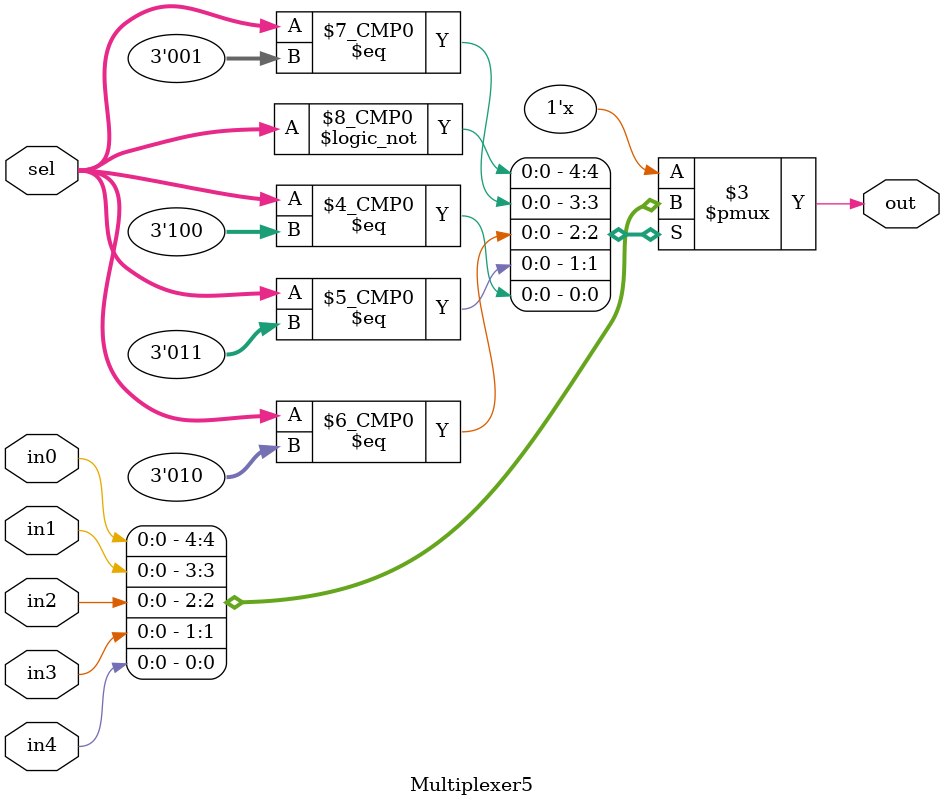
<source format=v>
module Multiplexer5(out, in0, in1, in2, in3, in4, sel);
  parameter WIDTH = 1;
  output reg [WIDTH-1:0] out;
  input [WIDTH-1:0] in0, in1, in2, in3, in4;
  input [2:0] sel;
  
  always @ (*)
    case (sel)
      0 : out = in0;
      1 : out = in1;
      2 : out = in2;
      3 : out = in3;
      4 : out = in4;
    endcase
endmodule
</source>
